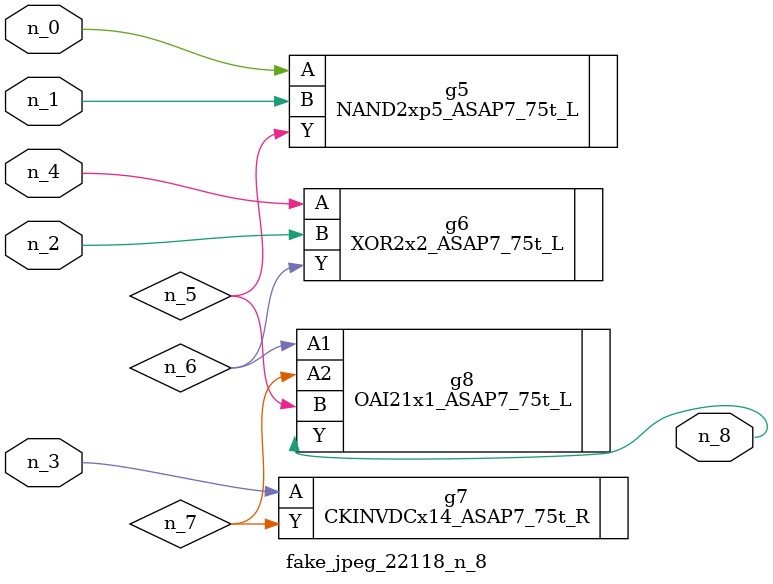
<source format=v>
module fake_jpeg_22118_n_8 (n_3, n_2, n_1, n_0, n_4, n_8);

input n_3;
input n_2;
input n_1;
input n_0;
input n_4;

output n_8;

wire n_6;
wire n_5;
wire n_7;

NAND2xp5_ASAP7_75t_L g5 ( 
.A(n_0),
.B(n_1),
.Y(n_5)
);

XOR2x2_ASAP7_75t_L g6 ( 
.A(n_4),
.B(n_2),
.Y(n_6)
);

CKINVDCx14_ASAP7_75t_R g7 ( 
.A(n_3),
.Y(n_7)
);

OAI21x1_ASAP7_75t_L g8 ( 
.A1(n_6),
.A2(n_7),
.B(n_5),
.Y(n_8)
);


endmodule
</source>
